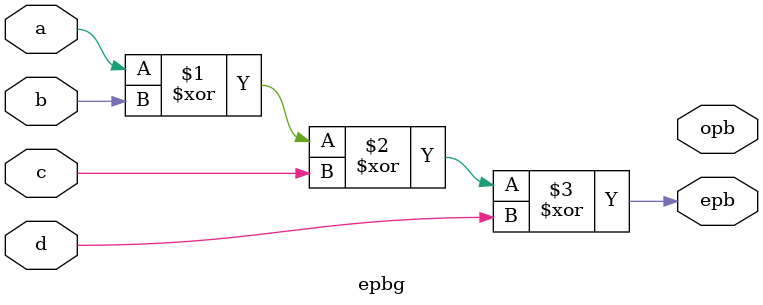
<source format=v>
`timescale 1ns / 1ps

module epbg(
    input a,b,c,d,
    output epb,opb
    );
    assign epb=a^b^c^d;
endmodule

</source>
